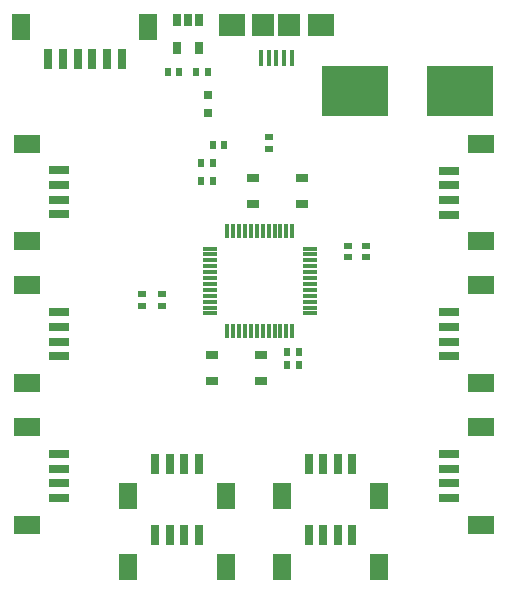
<source format=gtp>
G04 (created by PCBNEW (25-Oct-2014 BZR 4029)-stable) date Mon 07 Sep 2015 11:32:33 AM EDT*
%MOIN*%
G04 Gerber Fmt 3.4, Leading zero omitted, Abs format*
%FSLAX34Y34*%
G01*
G70*
G90*
G04 APERTURE LIST*
%ADD10C,0.00393701*%
%ADD11R,0.0275591X0.0708661*%
%ADD12R,0.0629921X0.0866142*%
%ADD13R,0.0472441X0.011811*%
%ADD14R,0.011811X0.0472441*%
%ADD15R,0.0748031X0.0748031*%
%ADD16R,0.0905512X0.0748031*%
%ADD17R,0.015748X0.0551181*%
%ADD18R,0.0275591X0.0393701*%
%ADD19R,0.0708661X0.0275591*%
%ADD20R,0.0866142X0.0629921*%
%ADD21R,0.0314961X0.0314961*%
%ADD22R,0.023622X0.0275591*%
%ADD23R,0.0275591X0.023622*%
%ADD24R,0.0413386X0.0255906*%
%ADD25R,0.220394X0.169213*%
%ADD26R,0.220472X0.169291*%
G04 APERTURE END LIST*
G54D10*
G54D11*
X46998Y-49212D03*
X46505Y-49212D03*
X47490Y-49212D03*
X47972Y-49212D03*
G54D12*
X48868Y-50275D03*
X45620Y-50275D03*
G54D13*
X48326Y-39665D03*
X48326Y-39862D03*
X48326Y-40059D03*
X48326Y-40255D03*
X48326Y-40452D03*
X48326Y-40649D03*
X48326Y-40846D03*
X48326Y-41043D03*
X48326Y-41240D03*
X48326Y-41437D03*
X48326Y-41633D03*
X48326Y-41830D03*
X51673Y-41830D03*
X51673Y-41633D03*
X51673Y-41437D03*
X51673Y-41240D03*
X51673Y-41043D03*
X51673Y-40846D03*
X51673Y-40649D03*
X51673Y-40452D03*
X51673Y-40255D03*
X51673Y-40059D03*
X51673Y-39862D03*
X51673Y-39665D03*
G54D14*
X48917Y-42421D03*
X49114Y-42421D03*
X49311Y-42421D03*
X49507Y-42421D03*
X49704Y-42421D03*
X49901Y-42421D03*
X50098Y-42421D03*
X50295Y-42421D03*
X50492Y-42421D03*
X50688Y-42421D03*
X50885Y-42421D03*
X51082Y-42421D03*
X51082Y-39074D03*
X50885Y-39074D03*
X50688Y-39074D03*
X50492Y-39074D03*
X50295Y-39074D03*
X50098Y-39074D03*
X49901Y-39074D03*
X49704Y-39074D03*
X49507Y-39074D03*
X49311Y-39074D03*
X49114Y-39074D03*
X48917Y-39074D03*
G54D15*
X50984Y-32204D03*
X50118Y-32204D03*
G54D16*
X52027Y-32204D03*
X49074Y-32204D03*
G54D17*
X50551Y-33326D03*
X50807Y-33326D03*
X51062Y-33326D03*
X50295Y-33326D03*
X50039Y-33326D03*
G54D18*
X47598Y-32047D03*
X47972Y-32047D03*
X47224Y-32047D03*
X47972Y-32992D03*
X47224Y-32992D03*
G54D11*
X44419Y-33346D03*
X44911Y-33346D03*
X45403Y-33346D03*
X43927Y-33346D03*
X43435Y-33346D03*
X42942Y-33346D03*
G54D12*
X42057Y-32283D03*
X46289Y-32283D03*
G54D11*
X46998Y-46850D03*
X46505Y-46850D03*
X47490Y-46850D03*
X47972Y-46850D03*
G54D12*
X48868Y-47913D03*
X45620Y-47913D03*
G54D19*
X43307Y-37549D03*
X43307Y-37057D03*
X43307Y-38041D03*
X43307Y-38523D03*
G54D20*
X42244Y-39419D03*
X42244Y-36171D03*
G54D19*
X43307Y-42273D03*
X43307Y-41781D03*
X43307Y-42765D03*
X43307Y-43248D03*
G54D20*
X42244Y-44143D03*
X42244Y-40895D03*
G54D19*
X43307Y-46998D03*
X43307Y-46505D03*
X43307Y-47490D03*
X43307Y-47972D03*
G54D20*
X42244Y-48868D03*
X42244Y-45620D03*
G54D11*
X52116Y-49212D03*
X51624Y-49212D03*
X52608Y-49212D03*
X53090Y-49212D03*
G54D12*
X53986Y-50275D03*
X50738Y-50275D03*
G54D11*
X52116Y-46850D03*
X51624Y-46850D03*
X52608Y-46850D03*
X53090Y-46850D03*
G54D12*
X53986Y-47913D03*
X50738Y-47913D03*
G54D19*
X56299Y-47490D03*
X56299Y-47982D03*
X56299Y-46998D03*
X56299Y-46515D03*
G54D20*
X57362Y-45620D03*
X57362Y-48868D03*
G54D19*
X56299Y-42765D03*
X56299Y-43257D03*
X56299Y-42273D03*
X56299Y-41791D03*
G54D20*
X57362Y-40895D03*
X57362Y-44143D03*
G54D19*
X56299Y-38041D03*
X56299Y-38533D03*
X56299Y-37549D03*
X56299Y-37066D03*
G54D20*
X57362Y-36171D03*
X57362Y-39419D03*
G54D21*
X48267Y-35137D03*
X48267Y-34547D03*
G54D22*
X48031Y-37401D03*
X48425Y-37401D03*
G54D23*
X46732Y-41181D03*
X46732Y-41574D03*
X52952Y-39566D03*
X52952Y-39960D03*
G54D22*
X50905Y-43110D03*
X51299Y-43110D03*
X48425Y-36811D03*
X48031Y-36811D03*
G54D23*
X53543Y-39566D03*
X53543Y-39960D03*
X46062Y-41181D03*
X46062Y-41574D03*
G54D22*
X50905Y-43543D03*
X51299Y-43543D03*
X48818Y-36220D03*
X48425Y-36220D03*
X46929Y-33779D03*
X47322Y-33779D03*
X47874Y-33779D03*
X48267Y-33779D03*
G54D24*
X49773Y-38175D03*
X49773Y-37328D03*
X51407Y-38175D03*
X51407Y-37328D03*
X48423Y-44064D03*
X48423Y-43218D03*
X50057Y-44064D03*
X50057Y-43218D03*
G54D23*
X50314Y-35944D03*
X50314Y-36338D03*
G54D25*
X53169Y-34409D03*
G54D26*
X56673Y-34409D03*
M02*

</source>
